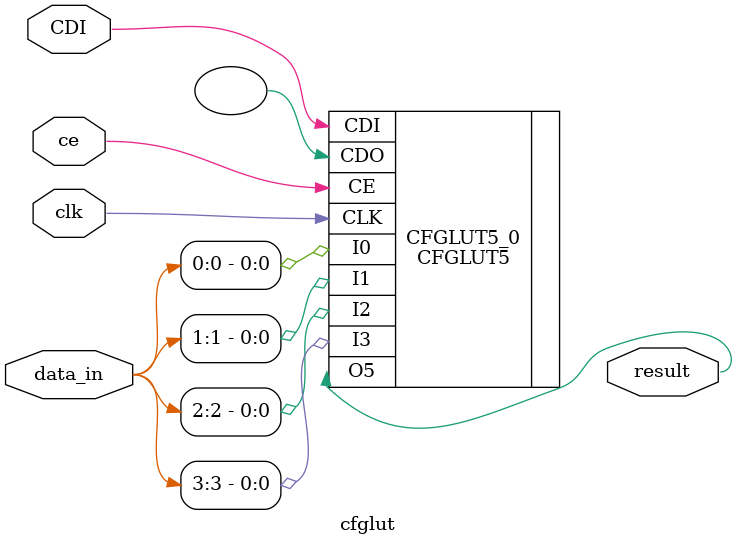
<source format=v>
`timescale 1ns / 1ps

module cfglut(
    input wire clk,
    input wire ce,
    input wire [3:0] data_in,
    input wire CDI,
    output wire result
    );
    
    CFGLUT5 #(
       .INIT(32'h00000000) // Specify initial LUT contents
    ) CFGLUT5_0 (
       .CDO(), // Reconfiguration cascade output
       .O5(result),   // 4-LUT output
//     .O6(result),   // 5-LUT output
       .CDI(CDI), // Reconfiguration data input
       .CE(ce),   // Reconfiguration enable input
       .CLK(clk), // Clock input
       .I0(data_in[0]),   // Logic data input
       .I1(data_in[1]),   // Logic data input
       .I2(data_in[2]),   // Logic data input
       .I3(data_in[3])   // Logic data input
//       .I4(data_in[4])    // Logic data input
    );

endmodule

</source>
